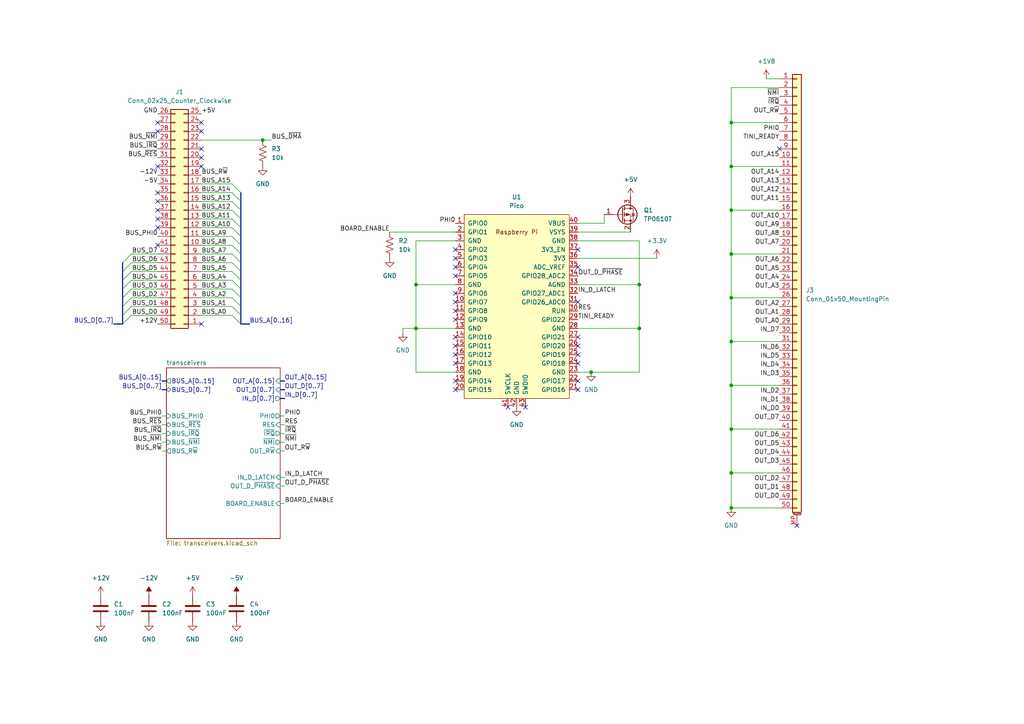
<source format=kicad_sch>
(kicad_sch (version 20231120) (generator "eeschema") (generator_version "8.0")
  (paper "A4")
  (lib_symbols
    (symbol "Connector_Generic:Conn_02x25_Counter_Clockwise" (pin_names (offset 1.016) hide)
      (property "Reference" "J" (at 1.27 33.02 0))
      (property "Value" "Conn_02x25_Counter_Clockwise" (at 1.27 -33.02 0))
      (symbol "Conn_02x25_Counter_Clockwise_1_1"
        (rectangle (start -1.27 -30.353) (end 0 -30.607) (stroke (width 0.1524)))
        (rectangle (start -1.27 -27.813) (end 0 -28.067) (stroke (width 0.1524)))
        (rectangle (start -1.27 -25.273) (end 0 -25.527) (stroke (width 0.1524)))
        (rectangle (start -1.27 -22.733) (end 0 -22.987) (stroke (width 0.1524)))
        (rectangle (start -1.27 -20.193) (end 0 -20.447) (stroke (width 0.1524)))
        (rectangle (start -1.27 -17.653) (end 0 -17.907) (stroke (width 0.1524)))
        (rectangle (start -1.27 -15.113) (end 0 -15.367) (stroke (width 0.1524)))
        (rectangle (start -1.27 -12.573) (end 0 -12.827) (stroke (width 0.1524)))
        (rectangle (start -1.27 -10.033) (end 0 -10.287) (stroke (width 0.1524)))
        (rectangle (start -1.27 -7.493) (end 0 -7.747) (stroke (width 0.1524)))
        (rectangle (start -1.27 -4.953) (end 0 -5.207) (stroke (width 0.1524)))
        (rectangle (start -1.27 -2.413) (end 0 -2.667) (stroke (width 0.1524)))
        (rectangle (start -1.27 0.127) (end 0 -0.127) (stroke (width 0.1524)))
        (rectangle (start -1.27 2.667) (end 0 2.413) (stroke (width 0.1524)))
        (rectangle (start -1.27 5.207) (end 0 4.953) (stroke (width 0.1524)))
        (rectangle (start -1.27 7.747) (end 0 7.493) (stroke (width 0.1524)))
        (rectangle (start -1.27 10.287) (end 0 10.033) (stroke (width 0.1524)))
        (rectangle (start -1.27 12.827) (end 0 12.573) (stroke (width 0.1524)))
        (rectangle (start -1.27 15.367) (end 0 15.113) (stroke (width 0.1524)))
        (rectangle (start -1.27 17.907) (end 0 17.653) (stroke (width 0.1524)))
        (rectangle (start -1.27 20.447) (end 0 20.193) (stroke (width 0.1524)))
        (rectangle (start -1.27 22.987) (end 0 22.733) (stroke (width 0.1524)))
        (rectangle (start -1.27 25.527) (end 0 25.273) (stroke (width 0.1524)))
        (rectangle (start -1.27 28.067) (end 0 27.813) (stroke (width 0.1524)))
        (rectangle (start -1.27 30.607) (end 0 30.353) (stroke (width 0.1524)))
        (rectangle (start -1.27 31.75) (end 3.81 -31.75) (stroke (width 0.254)) (fill (type background)))
        (rectangle (start 3.81 -30.353) (end 2.54 -30.607) (stroke (width 0.1524)))
        (rectangle (start 3.81 -27.813) (end 2.54 -28.067) (stroke (width 0.1524)))
        (rectangle (start 3.81 -25.273) (end 2.54 -25.527) (stroke (width 0.1524)))
        (rectangle (start 3.81 -22.733) (end 2.54 -22.987) (stroke (width 0.1524)))
        (rectangle (start 3.81 -20.193) (end 2.54 -20.447) (stroke (width 0.1524)))
        (rectangle (start 3.81 -17.653) (end 2.54 -17.907) (stroke (width 0.1524)))
        (rectangle (start 3.81 -15.113) (end 2.54 -15.367) (stroke (width 0.1524)))
        (rectangle (start 3.81 -12.573) (end 2.54 -12.827) (stroke (width 0.1524)))
        (rectangle (start 3.81 -10.033) (end 2.54 -10.287) (stroke (width 0.1524)))
        (rectangle (start 3.81 -7.493) (end 2.54 -7.747) (stroke (width 0.1524)))
        (rectangle (start 3.81 -4.953) (end 2.54 -5.207) (stroke (width 0.1524)))
        (rectangle (start 3.81 -2.413) (end 2.54 -2.667) (stroke (width 0.1524)))
        (rectangle (start 3.81 0.127) (end 2.54 -0.127) (stroke (width 0.1524)))
        (rectangle (start 3.81 2.667) (end 2.54 2.413) (stroke (width 0.1524)))
        (rectangle (start 3.81 5.207) (end 2.54 4.953) (stroke (width 0.1524)))
        (rectangle (start 3.81 7.747) (end 2.54 7.493) (stroke (width 0.1524)))
        (rectangle (start 3.81 10.287) (end 2.54 10.033) (stroke (width 0.1524)))
        (rectangle (start 3.81 12.827) (end 2.54 12.573) (stroke (width 0.1524)))
        (rectangle (start 3.81 15.367) (end 2.54 15.113) (stroke (width 0.1524)))
        (rectangle (start 3.81 17.907) (end 2.54 17.653) (stroke (width 0.1524)))
        (rectangle (start 3.81 20.447) (end 2.54 20.193) (stroke (width 0.1524)))
        (rectangle (start 3.81 22.987) (end 2.54 22.733) (stroke (width 0.1524)))
        (rectangle (start 3.81 25.527) (end 2.54 25.273) (stroke (width 0.1524)))
        (rectangle (start 3.81 28.067) (end 2.54 27.813) (stroke (width 0.1524)))
        (rectangle (start 3.81 30.607) (end 2.54 30.353) (stroke (width 0.1524)))
        (pin passive line (at -5.08 30.48 0) (length 3.81) (name "Pin_1") (number "1"))
        (pin passive line (at -5.08 7.62 0) (length 3.81) (name "Pin_10") (number "10"))
        (pin passive line (at -5.08 5.08 0) (length 3.81) (name "Pin_11") (number "11"))
        (pin passive line (at -5.08 2.54 0) (length 3.81) (name "Pin_12") (number "12"))
        (pin passive line (at -5.08 0 0) (length 3.81) (name "Pin_13") (number "13"))
        (pin passive line (at -5.08 -2.54 0) (length 3.81) (name "Pin_14") (number "14"))
        (pin passive line (at -5.08 -5.08 0) (length 3.81) (name "Pin_15") (number "15"))
        (pin passive line (at -5.08 -7.62 0) (length 3.81) (name "Pin_16") (number "16"))
        (pin passive line (at -5.08 -10.16 0) (length 3.81) (name "Pin_17") (number "17"))
        (pin passive line (at -5.08 -12.7 0) (length 3.81) (name "Pin_18") (number "18"))
        (pin passive line (at -5.08 -15.24 0) (length 3.81) (name "Pin_19") (number "19"))
        (pin passive line (at -5.08 27.94 0) (length 3.81) (name "Pin_2") (number "2"))
        (pin passive line (at -5.08 -17.78 0) (length 3.81) (name "Pin_20") (number "20"))
        (pin passive line (at -5.08 -20.32 0) (length 3.81) (name "Pin_21") (number "21"))
        (pin passive line (at -5.08 -22.86 0) (length 3.81) (name "Pin_22") (number "22"))
        (pin passive line (at -5.08 -25.4 0) (length 3.81) (name "Pin_23") (number "23"))
        (pin passive line (at -5.08 -27.94 0) (length 3.81) (name "Pin_24") (number "24"))
        (pin passive line (at -5.08 -30.48 0) (length 3.81) (name "Pin_25") (number "25"))
        (pin passive line (at 7.62 -30.48 180) (length 3.81) (name "Pin_26") (number "26"))
        (pin passive line (at 7.62 -27.94 180) (length 3.81) (name "Pin_27") (number "27"))
        (pin passive line (at 7.62 -25.4 180) (length 3.81) (name "Pin_28") (number "28"))
        (pin passive line (at 7.62 -22.86 180) (length 3.81) (name "Pin_29") (number "29"))
        (pin passive line (at -5.08 25.4 0) (length 3.81) (name "Pin_3") (number "3"))
        (pin passive line (at 7.62 -20.32 180) (length 3.81) (name "Pin_30") (number "30"))
        (pin passive line (at 7.62 -17.78 180) (length 3.81) (name "Pin_31") (number "31"))
        (pin passive line (at 7.62 -15.24 180) (length 3.81) (name "Pin_32") (number "32"))
        (pin passive line (at 7.62 -12.7 180) (length 3.81) (name "Pin_33") (number "33"))
        (pin passive line (at 7.62 -10.16 180) (length 3.81) (name "Pin_34") (number "34"))
        (pin passive line (at 7.62 -7.62 180) (length 3.81) (name "Pin_35") (number "35"))
        (pin passive line (at 7.62 -5.08 180) (length 3.81) (name "Pin_36") (number "36"))
        (pin passive line (at 7.62 -2.54 180) (length 3.81) (name "Pin_37") (number "37"))
        (pin passive line (at 7.62 0 180) (length 3.81) (name "Pin_38") (number "38"))
        (pin passive line (at 7.62 2.54 180) (length 3.81) (name "Pin_39") (number "39"))
        (pin passive line (at -5.08 22.86 0) (length 3.81) (name "Pin_4") (number "4"))
        (pin passive line (at 7.62 5.08 180) (length 3.81) (name "Pin_40") (number "40"))
        (pin passive line (at 7.62 7.62 180) (length 3.81) (name "Pin_41") (number "41"))
        (pin passive line (at 7.62 10.16 180) (length 3.81) (name "Pin_42") (number "42"))
        (pin passive line (at 7.62 12.7 180) (length 3.81) (name "Pin_43") (number "43"))
        (pin passive line (at 7.62 15.24 180) (length 3.81) (name "Pin_44") (number "44"))
        (pin passive line (at 7.62 17.78 180) (length 3.81) (name "Pin_45") (number "45"))
        (pin passive line (at 7.62 20.32 180) (length 3.81) (name "Pin_46") (number "46"))
        (pin passive line (at 7.62 22.86 180) (length 3.81) (name "Pin_47") (number "47"))
        (pin passive line (at 7.62 25.4 180) (length 3.81) (name "Pin_48") (number "48"))
        (pin passive line (at 7.62 27.94 180) (length 3.81) (name "Pin_49") (number "49"))
        (pin passive line (at -5.08 20.32 0) (length 3.81) (name "Pin_5") (number "5"))
        (pin passive line (at 7.62 30.48 180) (length 3.81) (name "Pin_50") (number "50"))
        (pin passive line (at -5.08 17.78 0) (length 3.81) (name "Pin_6") (number "6"))
        (pin passive line (at -5.08 15.24 0) (length 3.81) (name "Pin_7") (number "7"))
        (pin passive line (at -5.08 12.7 0) (length 3.81) (name "Pin_8") (number "8"))
        (pin passive line (at -5.08 10.16 0) (length 3.81) (name "Pin_9") (number "9"))
      )
    )
    (symbol "Connector_Generic_MountingPin:Conn_01x50_MountingPin" (pin_names (offset 1.016) hide)
      (property "Reference" "J" (at 0 63.5 0))
      (property "Value" "Conn_01x50_MountingPin" (at 1.27 -66.04 0))
      (symbol "Conn_01x50_MountingPin_1_1"
        (rectangle (start -1.27 -63.373) (end 0 -63.627) (stroke (width 0.1524)))
        (rectangle (start -1.27 -60.833) (end 0 -61.087) (stroke (width 0.1524)))
        (rectangle (start -1.27 -58.293) (end 0 -58.547) (stroke (width 0.1524)))
        (rectangle (start -1.27 -55.753) (end 0 -56.007) (stroke (width 0.1524)))
        (rectangle (start -1.27 -53.213) (end 0 -53.467) (stroke (width 0.1524)))
        (rectangle (start -1.27 -50.673) (end 0 -50.927) (stroke (width 0.1524)))
        (rectangle (start -1.27 -48.133) (end 0 -48.387) (stroke (width 0.1524)))
        (rectangle (start -1.27 -45.593) (end 0 -45.847) (stroke (width 0.1524)))
        (rectangle (start -1.27 -43.053) (end 0 -43.307) (stroke (width 0.1524)))
        (rectangle (start -1.27 -40.513) (end 0 -40.767) (stroke (width 0.1524)))
        (rectangle (start -1.27 -37.973) (end 0 -38.227) (stroke (width 0.1524)))
        (rectangle (start -1.27 -35.433) (end 0 -35.687) (stroke (width 0.1524)))
        (rectangle (start -1.27 -32.893) (end 0 -33.147) (stroke (width 0.1524)))
        (rectangle (start -1.27 -30.353) (end 0 -30.607) (stroke (width 0.1524)))
        (rectangle (start -1.27 -27.813) (end 0 -28.067) (stroke (width 0.1524)))
        (rectangle (start -1.27 -25.273) (end 0 -25.527) (stroke (width 0.1524)))
        (rectangle (start -1.27 -22.733) (end 0 -22.987) (stroke (width 0.1524)))
        (rectangle (start -1.27 -20.193) (end 0 -20.447) (stroke (width 0.1524)))
        (rectangle (start -1.27 -17.653) (end 0 -17.907) (stroke (width 0.1524)))
        (rectangle (start -1.27 -15.113) (end 0 -15.367) (stroke (width 0.1524)))
        (rectangle (start -1.27 -12.573) (end 0 -12.827) (stroke (width 0.1524)))
        (rectangle (start -1.27 -10.033) (end 0 -10.287) (stroke (width 0.1524)))
        (rectangle (start -1.27 -7.493) (end 0 -7.747) (stroke (width 0.1524)))
        (rectangle (start -1.27 -4.953) (end 0 -5.207) (stroke (width 0.1524)))
        (rectangle (start -1.27 -2.413) (end 0 -2.667) (stroke (width 0.1524)))
        (rectangle (start -1.27 0.127) (end 0 -0.127) (stroke (width 0.1524)))
        (rectangle (start -1.27 2.667) (end 0 2.413) (stroke (width 0.1524)))
        (rectangle (start -1.27 5.207) (end 0 4.953) (stroke (width 0.1524)))
        (rectangle (start -1.27 7.747) (end 0 7.493) (stroke (width 0.1524)))
        (rectangle (start -1.27 10.287) (end 0 10.033) (stroke (width 0.1524)))
        (rectangle (start -1.27 12.827) (end 0 12.573) (stroke (width 0.1524)))
        (rectangle (start -1.27 15.367) (end 0 15.113) (stroke (width 0.1524)))
        (rectangle (start -1.27 17.907) (end 0 17.653) (stroke (width 0.1524)))
        (rectangle (start -1.27 20.447) (end 0 20.193) (stroke (width 0.1524)))
        (rectangle (start -1.27 22.987) (end 0 22.733) (stroke (width 0.1524)))
        (rectangle (start -1.27 25.527) (end 0 25.273) (stroke (width 0.1524)))
        (rectangle (start -1.27 28.067) (end 0 27.813) (stroke (width 0.1524)))
        (rectangle (start -1.27 30.607) (end 0 30.353) (stroke (width 0.1524)))
        (rectangle (start -1.27 33.147) (end 0 32.893) (stroke (width 0.1524)))
        (rectangle (start -1.27 35.687) (end 0 35.433) (stroke (width 0.1524)))
        (rectangle (start -1.27 38.227) (end 0 37.973) (stroke (width 0.1524)))
        (rectangle (start -1.27 40.767) (end 0 40.513) (stroke (width 0.1524)))
        (rectangle (start -1.27 43.307) (end 0 43.053) (stroke (width 0.1524)))
        (rectangle (start -1.27 45.847) (end 0 45.593) (stroke (width 0.1524)))
        (rectangle (start -1.27 48.387) (end 0 48.133) (stroke (width 0.1524)))
        (rectangle (start -1.27 50.927) (end 0 50.673) (stroke (width 0.1524)))
        (rectangle (start -1.27 53.467) (end 0 53.213) (stroke (width 0.1524)))
        (rectangle (start -1.27 56.007) (end 0 55.753) (stroke (width 0.1524)))
        (rectangle (start -1.27 58.547) (end 0 58.293) (stroke (width 0.1524)))
        (rectangle (start -1.27 61.087) (end 0 60.833) (stroke (width 0.1524)))
        (rectangle (start -1.27 62.23) (end 1.27 -64.77) (stroke (width 0.254)) (fill (type background)))
        (polyline (pts (xy -1.016 -65.532) (xy 1.016 -65.532)) (stroke (width 0.1524)))
        (text "Mounting" (at 0 -65.151 0) (effects (font (size 0.381 0.381))))
        (pin passive line (at -5.08 60.96 0) (length 3.81) (name "Pin_1") (number "1"))
        (pin passive line (at -5.08 38.1 0) (length 3.81) (name "Pin_10") (number "10"))
        (pin passive line (at -5.08 35.56 0) (length 3.81) (name "Pin_11") (number "11"))
        (pin passive line (at -5.08 33.02 0) (length 3.81) (name "Pin_12") (number "12"))
        (pin passive line (at -5.08 30.48 0) (length 3.81) (name "Pin_13") (number "13"))
        (pin passive line (at -5.08 27.94 0) (length 3.81) (name "Pin_14") (number "14"))
        (pin passive line (at -5.08 25.4 0) (length 3.81) (name "Pin_15") (number "15"))
        (pin passive line (at -5.08 22.86 0) (length 3.81) (name "Pin_16") (number "16"))
        (pin passive line (at -5.08 20.32 0) (length 3.81) (name "Pin_17") (number "17"))
        (pin passive line (at -5.08 17.78 0) (length 3.81) (name "Pin_18") (number "18"))
        (pin passive line (at -5.08 15.24 0) (length 3.81) (name "Pin_19") (number "19"))
        (pin passive line (at -5.08 58.42 0) (length 3.81) (name "Pin_2") (number "2"))
        (pin passive line (at -5.08 12.7 0) (length 3.81) (name "Pin_20") (number "20"))
        (pin passive line (at -5.08 10.16 0) (length 3.81) (name "Pin_21") (number "21"))
        (pin passive line (at -5.08 7.62 0) (length 3.81) (name "Pin_22") (number "22"))
        (pin passive line (at -5.08 5.08 0) (length 3.81) (name "Pin_23") (number "23"))
        (pin passive line (at -5.08 2.54 0) (length 3.81) (name "Pin_24") (number "24"))
        (pin passive line (at -5.08 0 0) (length 3.81) (name "Pin_25") (number "25"))
        (pin passive line (at -5.08 -2.54 0) (length 3.81) (name "Pin_26") (number "26"))
        (pin passive line (at -5.08 -5.08 0) (length 3.81) (name "Pin_27") (number "27"))
        (pin passive line (at -5.08 -7.62 0) (length 3.81) (name "Pin_28") (number "28"))
        (pin passive line (at -5.08 -10.16 0) (length 3.81) (name "Pin_29") (number "29"))
        (pin passive line (at -5.08 55.88 0) (length 3.81) (name "Pin_3") (number "3"))
        (pin passive line (at -5.08 -12.7 0) (length 3.81) (name "Pin_30") (number "30"))
        (pin passive line (at -5.08 -15.24 0) (length 3.81) (name "Pin_31") (number "31"))
        (pin passive line (at -5.08 -17.78 0) (length 3.81) (name "Pin_32") (number "32"))
        (pin passive line (at -5.08 -20.32 0) (length 3.81) (name "Pin_33") (number "33"))
        (pin passive line (at -5.08 -22.86 0) (length 3.81) (name "Pin_34") (number "34"))
        (pin passive line (at -5.08 -25.4 0) (length 3.81) (name "Pin_35") (number "35"))
        (pin passive line (at -5.08 -27.94 0) (length 3.81) (name "Pin_36") (number "36"))
        (pin passive line (at -5.08 -30.48 0) (length 3.81) (name "Pin_37") (number "37"))
        (pin passive line (at -5.08 -33.02 0) (length 3.81) (name "Pin_38") (number "38"))
        (pin passive line (at -5.08 -35.56 0) (length 3.81) (name "Pin_39") (number "39"))
        (pin passive line (at -5.08 53.34 0) (length 3.81) (name "Pin_4") (number "4"))
        (pin passive line (at -5.08 -38.1 0) (length 3.81) (name "Pin_40") (number "40"))
        (pin passive line (at -5.08 -40.64 0) (length 3.81) (name "Pin_41") (number "41"))
        (pin passive line (at -5.08 -43.18 0) (length 3.81) (name "Pin_42") (number "42"))
        (pin passive line (at -5.08 -45.72 0) (length 3.81) (name "Pin_43") (number "43"))
        (pin passive line (at -5.08 -48.26 0) (length 3.81) (name "Pin_44") (number "44"))
        (pin passive line (at -5.08 -50.8 0) (length 3.81) (name "Pin_45") (number "45"))
        (pin passive line (at -5.08 -53.34 0) (length 3.81) (name "Pin_46") (number "46"))
        (pin passive line (at -5.08 -55.88 0) (length 3.81) (name "Pin_47") (number "47"))
        (pin passive line (at -5.08 -58.42 0) (length 3.81) (name "Pin_48") (number "48"))
        (pin passive line (at -5.08 -60.96 0) (length 3.81) (name "Pin_49") (number "49"))
        (pin passive line (at -5.08 50.8 0) (length 3.81) (name "Pin_5") (number "5"))
        (pin passive line (at -5.08 -63.5 0) (length 3.81) (name "Pin_50") (number "50"))
        (pin passive line (at -5.08 48.26 0) (length 3.81) (name "Pin_6") (number "6"))
        (pin passive line (at -5.08 45.72 0) (length 3.81) (name "Pin_7") (number "7"))
        (pin passive line (at -5.08 43.18 0) (length 3.81) (name "Pin_8") (number "8"))
        (pin passive line (at -5.08 40.64 0) (length 3.81) (name "Pin_9") (number "9"))
        (pin passive line (at 0 -68.58 90) (length 3.048) (name "MountPin") (number "MP"))
      )
    )
    (symbol "Device:C" (pin_numbers hide) (pin_names (offset 0.254))
      (property "Reference" "C" (at 0.635 2.54 0))
      (property "Value" "C" (at 0.635 -2.54 0))
      (symbol "C_0_1"
        (polyline (pts (xy -2.032 -0.762) (xy 2.032 -0.762)) (stroke (width 0.508)))
        (polyline (pts (xy -2.032 0.762) (xy 2.032 0.762)) (stroke (width 0.508)))
      )
      (symbol "C_1_1"
        (pin passive line (at 0 3.81 270) (length 2.794) (name "~") (number "1"))
        (pin passive line (at 0 -3.81 90) (length 2.794) (name "~") (number "2"))
      )
    )
    (symbol "Device:R_US" (pin_numbers hide) (pin_names (offset 0))
      (property "Reference" "R" (at 2.54 0 90))
      (property "Value" "R_US" (at -2.54 0 90))
      (symbol "R_US_0_1"
        (polyline (pts (xy 0 -2.286) (xy 0 -2.54)))
        (polyline (pts (xy 0 2.286) (xy 0 2.54)))
        (polyline (pts (xy 0 -0.762) (xy 1.016 -1.143) (xy 0 -1.524) (xy -1.016 -1.905) (xy 0 -2.286)))
        (polyline (pts (xy 0 0.762) (xy 1.016 0.381) (xy 0 0) (xy -1.016 -0.381) (xy 0 -0.762)))
        (polyline (pts (xy 0 2.286) (xy 1.016 1.905) (xy 0 1.524) (xy -1.016 1.143) (xy 0 0.762)))
      )
      (symbol "R_US_1_1"
        (pin passive line (at 0 3.81 270) (length 1.27) (name "~") (number "1"))
        (pin passive line (at 0 -3.81 90) (length 1.27) (name "~") (number "2"))
      )
    )
    (symbol "RPi_Pico:Pico" (pin_names (offset 1.016))
      (property "Reference" "U" (at -13.97 27.94 0))
      (property "Value" "Pico" (at 0 19.05 0))
      (symbol "Pico_0_0"
        (text "Raspberry Pi" (at 0 21.59 0) (effects (font (size 1.27 1.27))))
      )
      (symbol "Pico_0_1"
        (rectangle (start -15.24 26.67) (end 15.24 -26.67) (fill (type background)))
      )
      (symbol "Pico_1_1"
        (pin bidirectional line (at -17.78 24.13 0) (length 2.54) (name "GPIO0") (number "1"))
        (pin bidirectional line (at -17.78 1.27 0) (length 2.54) (name "GPIO7") (number "10"))
        (pin bidirectional line (at -17.78 -1.27 0) (length 2.54) (name "GPIO8") (number "11"))
        (pin bidirectional line (at -17.78 -3.81 0) (length 2.54) (name "GPIO9") (number "12"))
        (pin power_in line (at -17.78 -6.35 0) (length 2.54) (name "GND") (number "13"))
        (pin bidirectional line (at -17.78 -8.89 0) (length 2.54) (name "GPIO10") (number "14"))
        (pin bidirectional line (at -17.78 -11.43 0) (length 2.54) (name "GPIO11") (number "15"))
        (pin bidirectional line (at -17.78 -13.97 0) (length 2.54) (name "GPIO12") (number "16"))
        (pin bidirectional line (at -17.78 -16.51 0) (length 2.54) (name "GPIO13") (number "17"))
        (pin power_in line (at -17.78 -19.05 0) (length 2.54) (name "GND") (number "18"))
        (pin bidirectional line (at -17.78 -21.59 0) (length 2.54) (name "GPIO14") (number "19"))
        (pin bidirectional line (at -17.78 21.59 0) (length 2.54) (name "GPIO1") (number "2"))
        (pin bidirectional line (at -17.78 -24.13 0) (length 2.54) (name "GPIO15") (number "20"))
        (pin bidirectional line (at 17.78 -24.13 180) (length 2.54) (name "GPIO16") (number "21"))
        (pin bidirectional line (at 17.78 -21.59 180) (length 2.54) (name "GPIO17") (number "22"))
        (pin power_in line (at 17.78 -19.05 180) (length 2.54) (name "GND") (number "23"))
        (pin bidirectional line (at 17.78 -16.51 180) (length 2.54) (name "GPIO18") (number "24"))
        (pin bidirectional line (at 17.78 -13.97 180) (length 2.54) (name "GPIO19") (number "25"))
        (pin bidirectional line (at 17.78 -11.43 180) (length 2.54) (name "GPIO20") (number "26"))
        (pin bidirectional line (at 17.78 -8.89 180) (length 2.54) (name "GPIO21") (number "27"))
        (pin power_in line (at 17.78 -6.35 180) (length 2.54) (name "GND") (number "28"))
        (pin bidirectional line (at 17.78 -3.81 180) (length 2.54) (name "GPIO22") (number "29"))
        (pin power_in line (at -17.78 19.05 0) (length 2.54) (name "GND") (number "3"))
        (pin input line (at 17.78 -1.27 180) (length 2.54) (name "RUN") (number "30"))
        (pin bidirectional line (at 17.78 1.27 180) (length 2.54) (name "GPIO26_ADC0") (number "31"))
        (pin bidirectional line (at 17.78 3.81 180) (length 2.54) (name "GPIO27_ADC1") (number "32"))
        (pin power_in line (at 17.78 6.35 180) (length 2.54) (name "AGND") (number "33"))
        (pin bidirectional line (at 17.78 8.89 180) (length 2.54) (name "GPIO28_ADC2") (number "34"))
        (pin unspecified line (at 17.78 11.43 180) (length 2.54) (name "ADC_VREF") (number "35"))
        (pin unspecified line (at 17.78 13.97 180) (length 2.54) (name "3V3") (number "36"))
        (pin input line (at 17.78 16.51 180) (length 2.54) (name "3V3_EN") (number "37"))
        (pin bidirectional line (at 17.78 19.05 180) (length 2.54) (name "GND") (number "38"))
        (pin unspecified line (at 17.78 21.59 180) (length 2.54) (name "VSYS") (number "39"))
        (pin bidirectional line (at -17.78 16.51 0) (length 2.54) (name "GPIO2") (number "4"))
        (pin unspecified line (at 17.78 24.13 180) (length 2.54) (name "VBUS") (number "40"))
        (pin input line (at -2.54 -29.21 90) (length 2.54) (name "SWCLK") (number "41"))
        (pin power_in line (at 0 -29.21 90) (length 2.54) (name "GND") (number "42"))
        (pin bidirectional line (at 2.54 -29.21 90) (length 2.54) (name "SWDIO") (number "43"))
        (pin bidirectional line (at -17.78 13.97 0) (length 2.54) (name "GPIO3") (number "5"))
        (pin bidirectional line (at -17.78 11.43 0) (length 2.54) (name "GPIO4") (number "6"))
        (pin bidirectional line (at -17.78 8.89 0) (length 2.54) (name "GPIO5") (number "7"))
        (pin power_in line (at -17.78 6.35 0) (length 2.54) (name "GND") (number "8"))
        (pin bidirectional line (at -17.78 3.81 0) (length 2.54) (name "GPIO6") (number "9"))
      )
    )
    (symbol "Transistor_FET:TP0610T" (pin_names hide)
      (property "Reference" "Q" (at 5.08 1.905 0))
      (property "Value" "TP0610T" (at 5.08 0 0))
      (symbol "TP0610T_0_1"
        (polyline (pts (xy 0.254 0) (xy -2.54 0)))
        (polyline (pts (xy 0.254 1.905) (xy 0.254 -1.905)) (stroke (width 0.254)))
        (polyline (pts (xy 0.762 -1.27) (xy 0.762 -2.286)) (stroke (width 0.254)))
        (polyline (pts (xy 0.762 0.508) (xy 0.762 -0.508)) (stroke (width 0.254)))
        (polyline (pts (xy 0.762 2.286) (xy 0.762 1.27)) (stroke (width 0.254)))
        (polyline (pts (xy 2.54 2.54) (xy 2.54 1.778)))
        (polyline (pts (xy 2.54 -2.54) (xy 2.54 0) (xy 0.762 0)))
        (polyline (pts (xy 0.762 1.778) (xy 3.302 1.778) (xy 3.302 -1.778) (xy 0.762 -1.778)))
        (polyline (pts (xy 2.286 0) (xy 1.27 0.381) (xy 1.27 -0.381) (xy 2.286 0)) (fill (type outline)))
        (polyline (pts (xy 2.794 -0.508) (xy 2.921 -0.381) (xy 3.683 -0.381) (xy 3.81 -0.254)))
        (polyline (pts (xy 3.302 -0.381) (xy 2.921 0.254) (xy 3.683 0.254) (xy 3.302 -0.381)))
        (circle (center 1.651 0) (radius 2.794) (stroke (width 0.254)))
        (circle (center 2.54 -1.778) (radius 0.254) (fill (type outline)))
        (circle (center 2.54 1.778) (radius 0.254) (fill (type outline)))
      )
      (symbol "TP0610T_1_1"
        (pin input line (at -5.08 0 0) (length 2.54) (name "G") (number "1"))
        (pin passive line (at 2.54 -5.08 90) (length 2.54) (name "S") (number "2"))
        (pin passive line (at 2.54 5.08 270) (length 2.54) (name "D") (number "3"))
      )
    )
    (symbol "power:+12V" (power) (pin_numbers hide) (pin_names (offset 0) hide)
      (property "Value" "+12V" (at 0 3.556 0))
      (symbol "+12V_0_1"
        (polyline (pts (xy -0.762 1.27) (xy 0 2.54)))
        (polyline (pts (xy 0 0) (xy 0 2.54)))
        (polyline (pts (xy 0 2.54) (xy 0.762 1.27)))
      )
      (symbol "+12V_1_1"
        (pin power_in line (at 0 0 90) (length 0) (name "~") (number "1"))
      )
    )
    (symbol "power:+1V8" (power) (pin_numbers hide) (pin_names (offset 0) hide)
      (property "Value" "+1V8" (at 0 3.556 0))
      (symbol "+1V8_0_1"
        (polyline (pts (xy -0.762 1.27) (xy 0 2.54)))
        (polyline (pts (xy 0 0) (xy 0 2.54)))
        (polyline (pts (xy 0 2.54) (xy 0.762 1.27)))
      )
      (symbol "+1V8_1_1"
        (pin power_in line (at 0 0 90) (length 0) (name "~") (number "1"))
      )
    )
    (symbol "power:+3.3V" (power) (pin_numbers hide) (pin_names (offset 0) hide)
      (property "Value" "+3.3V" (at 0 3.556 0))
      (symbol "+3.3V_0_1"
        (polyline (pts (xy -0.762 1.27) (xy 0 2.54)))
        (polyline (pts (xy 0 0) (xy 0 2.54)))
        (polyline (pts (xy 0 2.54) (xy 0.762 1.27)))
      )
      (symbol "+3.3V_1_1"
        (pin power_in line (at 0 0 90) (length 0) (name "~") (number "1"))
      )
    )
    (symbol "power:+5V" (power) (pin_numbers hide) (pin_names (offset 0) hide)
      (property "Value" "+5V" (at 0 3.556 0))
      (symbol "+5V_0_1"
        (polyline (pts (xy -0.762 1.27) (xy 0 2.54)))
        (polyline (pts (xy 0 0) (xy 0 2.54)))
        (polyline (pts (xy 0 2.54) (xy 0.762 1.27)))
      )
      (symbol "+5V_1_1"
        (pin power_in line (at 0 0 90) (length 0) (name "~") (number "1"))
      )
    )
    (symbol "power:-12V" (power) (pin_numbers hide) (pin_names (offset 0) hide)
      (property "Value" "-12V" (at 0 3.556 0))
      (symbol "-12V_0_0"
        (pin power_in line (at 0 0 90) (length 0) (name "~") (number "1"))
      )
      (symbol "-12V_0_1"
        (polyline (pts (xy 0 0) (xy 0 1.27) (xy 0.762 1.27) (xy 0 2.54) (xy -0.762 1.27) (xy 0 1.27)) (fill (type outline)))
      )
    )
    (symbol "power:-5V" (power) (pin_numbers hide) (pin_names (offset 0) hide)
      (property "Value" "-5V" (at 0 3.556 0))
      (symbol "-5V_0_0"
        (pin power_in line (at 0 0 90) (length 0) (name "~") (number "1"))
      )
      (symbol "-5V_0_1"
        (polyline (pts (xy 0 0) (xy 0 1.27) (xy 0.762 1.27) (xy 0 2.54) (xy -0.762 1.27) (xy 0 1.27)) (fill (type outline)))
      )
    )
    (symbol "power:GND" (power) (pin_numbers hide) (pin_names (offset 0) hide)
      (property "Value" "GND" (at 0 -3.81 0))
      (symbol "GND_0_1"
        (polyline (pts (xy 0 0) (xy 0 -1.27) (xy 1.27 -1.27) (xy 0 -2.54) (xy -1.27 -1.27) (xy 0 -1.27)))
      )
      (symbol "GND_1_1"
        (pin power_in line (at 0 0 270) (length 0) (name "~") (number "1"))
      )
    )
  )
  (junction (at 171.45 107.95))
  (junction (at 185.42 95.25))
  (junction (at 212.09 99.06))
  (junction (at 212.09 60.96))
  (junction (at 185.42 82.55))
  (junction (at 120.65 82.55))
  (junction (at 212.09 147.32))
  (junction (at 212.09 86.36))
  (junction (at 212.09 73.66))
  (junction (at 212.09 35.56))
  (junction (at 120.65 95.25))
  (junction (at 76.2 40.64))
  (junction (at 212.09 137.16))
  (junction (at 212.09 124.46))
  (junction (at 212.09 48.26))
  (junction (at 212.09 111.76))
  (no_connect (at 45.72 35.56))
  (no_connect (at 167.64 100.33))
  (no_connect (at 167.64 102.87))
  (no_connect (at 58.42 38.1))
  (no_connect (at 167.64 105.41))
  (no_connect (at 147.32 118.11))
  (no_connect (at 132.08 85.09))
  (no_connect (at 45.72 58.42))
  (no_connect (at 45.72 71.12))
  (no_connect (at 226.06 43.18))
  (no_connect (at 132.08 110.49))
  (no_connect (at 132.08 72.39))
  (no_connect (at 132.08 97.79))
  (no_connect (at 45.72 38.1))
  (no_connect (at 58.42 35.56))
  (no_connect (at 167.64 113.03))
  (no_connect (at 132.08 92.71))
  (no_connect (at 58.42 93.98))
  (no_connect (at 132.08 113.03))
  (no_connect (at 45.72 60.96))
  (no_connect (at 58.42 48.26))
  (no_connect (at 167.64 110.49))
  (no_connect (at 167.64 77.47))
  (no_connect (at 231.14 152.4))
  (no_connect (at 132.08 102.87))
  (no_connect (at 132.08 90.17))
  (no_connect (at 167.64 72.39))
  (no_connect (at 167.64 97.79))
  (no_connect (at 132.08 100.33))
  (no_connect (at 132.08 74.93))
  (no_connect (at 45.72 63.5))
  (no_connect (at 152.4 118.11))
  (no_connect (at 132.08 87.63))
  (no_connect (at 58.42 43.18))
  (no_connect (at 132.08 77.47))
  (no_connect (at 132.08 105.41))
  (no_connect (at 132.08 80.01))
  (no_connect (at 58.42 45.72))
  (no_connect (at 45.72 66.04))
  (no_connect (at 167.64 87.63))
  (no_connect (at 45.72 55.88))
  (no_connect (at 45.72 48.26))
  (bus_entry (at 67.31 58.42) (size 2.54 2.54))
  (bus_entry (at 67.31 81.28) (size 2.54 2.54))
  (bus_entry (at 35.56 83.82) (size 2.54 -2.54))
  (bus_entry (at 67.31 73.66) (size 2.54 2.54))
  (bus_entry (at 67.31 71.12) (size 2.54 2.54))
  (bus_entry (at 67.31 76.2) (size 2.54 2.54))
  (bus_entry (at 67.31 68.58) (size 2.54 2.54))
  (bus_entry (at 35.56 86.36) (size 2.54 -2.54))
  (bus_entry (at 67.31 60.96) (size 2.54 2.54))
  (bus_entry (at 35.56 81.28) (size 2.54 -2.54))
  (bus_entry (at 67.31 55.88) (size 2.54 2.54))
  (bus_entry (at 35.56 91.44) (size 2.54 -2.54))
  (bus_entry (at 35.56 88.9) (size 2.54 -2.54))
  (bus_entry (at 35.56 78.74) (size 2.54 -2.54))
  (bus_entry (at 67.31 66.04) (size 2.54 2.54))
  (bus_entry (at 67.31 91.44) (size 2.54 2.54))
  (bus_entry (at 35.56 93.98) (size 2.54 -2.54))
  (bus_entry (at 67.31 63.5) (size 2.54 2.54))
  (bus_entry (at 67.31 78.74) (size 2.54 2.54))
  (bus_entry (at 67.31 53.34) (size 2.54 2.54))
  (bus_entry (at 35.56 76.2) (size 2.54 -2.54))
  (bus_entry (at 67.31 88.9) (size 2.54 2.54))
  (bus_entry (at 67.31 83.82) (size 2.54 2.54))
  (bus_entry (at 67.31 86.36) (size 2.54 2.54))
  (wire (pts (xy 46.99 123.19) (xy 48.26 123.19)))
  (bus (pts (xy 81.28 110.49) (xy 82.55 110.49)))
  (wire (pts (xy 132.08 69.85) (xy 120.65 69.85)))
  (wire (pts (xy 58.42 76.2) (xy 67.31 76.2)))
  (wire (pts (xy 212.09 48.26) (xy 226.06 48.26)))
  (wire (pts (xy 226.06 124.46) (xy 212.09 124.46)))
  (wire (pts (xy 116.84 95.25) (xy 120.65 95.25)))
  (wire (pts (xy 58.42 78.74) (xy 67.31 78.74)))
  (bus (pts (xy 81.28 113.03) (xy 82.55 113.03)))
  (wire (pts (xy 120.65 95.25) (xy 132.08 95.25)))
  (wire (pts (xy 46.99 120.65) (xy 48.26 120.65)))
  (bus (pts (xy 46.99 113.03) (xy 48.26 113.03)))
  (wire (pts (xy 212.09 137.16) (xy 212.09 124.46)))
  (wire (pts (xy 81.28 138.43) (xy 82.55 138.43)))
  (wire (pts (xy 120.65 69.85) (xy 120.65 82.55)))
  (bus (pts (xy 69.85 66.04) (xy 69.85 68.58)))
  (bus (pts (xy 69.85 86.36) (xy 69.85 88.9)))
  (wire (pts (xy 226.06 25.4) (xy 212.09 25.4)))
  (bus (pts (xy 69.85 60.96) (xy 69.85 63.5)))
  (wire (pts (xy 38.1 76.2) (xy 45.72 76.2)))
  (wire (pts (xy 212.09 147.32) (xy 212.09 137.16)))
  (wire (pts (xy 58.42 88.9) (xy 67.31 88.9)))
  (wire (pts (xy 212.09 35.56) (xy 212.09 48.26)))
  (wire (pts (xy 58.42 91.44) (xy 67.31 91.44)))
  (wire (pts (xy 120.65 107.95) (xy 132.08 107.95)))
  (wire (pts (xy 185.42 107.95) (xy 171.45 107.95)))
  (bus (pts (xy 33.02 93.98) (xy 35.56 93.98)))
  (bus (pts (xy 46.99 110.49) (xy 48.26 110.49)))
  (bus (pts (xy 35.56 76.2) (xy 35.56 78.74)))
  (wire (pts (xy 58.42 81.28) (xy 67.31 81.28)))
  (wire (pts (xy 212.09 73.66) (xy 226.06 73.66)))
  (bus (pts (xy 69.85 88.9) (xy 69.85 91.44)))
  (wire (pts (xy 46.99 125.73) (xy 48.26 125.73)))
  (wire (pts (xy 113.03 67.31) (xy 132.08 67.31)))
  (wire (pts (xy 212.09 25.4) (xy 212.09 35.56)))
  (wire (pts (xy 81.28 128.27) (xy 82.55 128.27)))
  (wire (pts (xy 167.64 95.25) (xy 185.42 95.25)))
  (wire (pts (xy 58.42 71.12) (xy 67.31 71.12)))
  (bus (pts (xy 69.85 93.98) (xy 72.39 93.98)))
  (wire (pts (xy 120.65 95.25) (xy 120.65 107.95)))
  (bus (pts (xy 69.85 73.66) (xy 69.85 76.2)))
  (bus (pts (xy 69.85 81.28) (xy 69.85 83.82)))
  (wire (pts (xy 212.09 48.26) (xy 212.09 60.96)))
  (wire (pts (xy 120.65 82.55) (xy 132.08 82.55)))
  (wire (pts (xy 81.28 123.19) (xy 82.55 123.19)))
  (wire (pts (xy 38.1 91.44) (xy 45.72 91.44)))
  (wire (pts (xy 212.09 111.76) (xy 226.06 111.76)))
  (bus (pts (xy 69.85 71.12) (xy 69.85 73.66)))
  (wire (pts (xy 212.09 99.06) (xy 226.06 99.06)))
  (bus (pts (xy 69.85 78.74) (xy 69.85 81.28)))
  (wire (pts (xy 226.06 137.16) (xy 212.09 137.16)))
  (wire (pts (xy 175.26 64.77) (xy 167.64 64.77)))
  (wire (pts (xy 212.09 60.96) (xy 226.06 60.96)))
  (wire (pts (xy 58.42 86.36) (xy 67.31 86.36)))
  (bus (pts (xy 69.85 63.5) (xy 69.85 66.04)))
  (wire (pts (xy 212.09 124.46) (xy 212.09 111.76)))
  (wire (pts (xy 38.1 83.82) (xy 45.72 83.82)))
  (wire (pts (xy 46.99 128.27) (xy 48.26 128.27)))
  (wire (pts (xy 212.09 73.66) (xy 212.09 86.36)))
  (wire (pts (xy 46.99 130.81) (xy 48.26 130.81)))
  (wire (pts (xy 58.42 53.34) (xy 67.31 53.34)))
  (wire (pts (xy 167.64 82.55) (xy 185.42 82.55)))
  (wire (pts (xy 212.09 86.36) (xy 212.09 99.06)))
  (wire (pts (xy 116.84 96.52) (xy 116.84 95.25)))
  (wire (pts (xy 212.09 147.32) (xy 226.06 147.32)))
  (bus (pts (xy 35.56 81.28) (xy 35.56 83.82)))
  (wire (pts (xy 38.1 86.36) (xy 45.72 86.36)))
  (bus (pts (xy 69.85 68.58) (xy 69.85 71.12)))
  (bus (pts (xy 35.56 78.74) (xy 35.56 81.28)))
  (wire (pts (xy 185.42 69.85) (xy 185.42 82.55)))
  (bus (pts (xy 69.85 83.82) (xy 69.85 86.36)))
  (wire (pts (xy 226.06 35.56) (xy 212.09 35.56)))
  (wire (pts (xy 81.28 130.81) (xy 82.55 130.81)))
  (wire (pts (xy 58.42 73.66) (xy 67.31 73.66)))
  (bus (pts (xy 35.56 91.44) (xy 35.56 93.98)))
  (bus (pts (xy 69.85 58.42) (xy 69.85 60.96)))
  (wire (pts (xy 58.42 58.42) (xy 67.31 58.42)))
  (wire (pts (xy 212.09 86.36) (xy 226.06 86.36)))
  (wire (pts (xy 58.42 68.58) (xy 67.31 68.58)))
  (wire (pts (xy 81.28 146.05) (xy 82.55 146.05)))
  (wire (pts (xy 81.28 120.65) (xy 82.55 120.65)))
  (wire (pts (xy 120.65 82.55) (xy 120.65 95.25)))
  (bus (pts (xy 35.56 86.36) (xy 35.56 88.9)))
  (wire (pts (xy 212.09 60.96) (xy 212.09 73.66)))
  (wire (pts (xy 81.28 125.73) (xy 82.55 125.73)))
  (wire (pts (xy 212.09 99.06) (xy 212.09 111.76)))
  (wire (pts (xy 38.1 81.28) (xy 45.72 81.28)))
  (wire (pts (xy 58.42 60.96) (xy 67.31 60.96)))
  (wire (pts (xy 58.42 63.5) (xy 67.31 63.5)))
  (wire (pts (xy 58.42 66.04) (xy 67.31 66.04)))
  (wire (pts (xy 38.1 88.9) (xy 45.72 88.9)))
  (wire (pts (xy 38.1 78.74) (xy 45.72 78.74)))
  (wire (pts (xy 175.26 62.23) (xy 175.26 64.77)))
  (wire (pts (xy 167.64 67.31) (xy 182.88 67.31)))
  (wire (pts (xy 58.42 40.64) (xy 76.2 40.64)))
  (wire (pts (xy 222.25 22.86) (xy 226.06 22.86)))
  (wire (pts (xy 58.42 55.88) (xy 67.31 55.88)))
  (bus (pts (xy 81.28 115.57) (xy 82.55 115.57)))
  (wire (pts (xy 38.1 73.66) (xy 45.72 73.66)))
  (bus (pts (xy 35.56 83.82) (xy 35.56 86.36)))
  (wire (pts (xy 185.42 82.55) (xy 185.42 95.25)))
  (wire (pts (xy 167.64 74.93) (xy 190.5 74.93)))
  (bus (pts (xy 35.56 88.9) (xy 35.56 91.44)))
  (bus (pts (xy 69.85 91.44) (xy 69.85 93.98)))
  (bus (pts (xy 69.85 76.2) (xy 69.85 78.74)))
  (wire (pts (xy 58.42 83.82) (xy 67.31 83.82)))
  (wire (pts (xy 167.64 69.85) (xy 185.42 69.85)))
  (wire (pts (xy 167.64 107.95) (xy 171.45 107.95)))
  (wire (pts (xy 76.2 40.64) (xy 78.74 40.64)))
  (wire (pts (xy 185.42 95.25) (xy 185.42 107.95)))
  (bus (pts (xy 69.85 55.88) (xy 69.85 58.42)))
  (wire (pts (xy 81.28 140.97) (xy 82.55 140.97)))
  (label "IN_D_LATCH" (at 167.64 85.09 0))
  (label "OUT_A5" (at 226.06 78.74 180))
  (label "IN_D[0..7]" (at 82.55 115.57 0))
  (label "BUS_A12" (at 58.42 60.96 0))
  (label "~{IRQ}" (at 226.06 30.48 180))
  (label "BUS_R~{W}" (at 58.42 50.8 0))
  (label "BUS_A3" (at 58.42 83.82 0))
  (label "IN_D5" (at 226.06 104.14 180))
  (label "BUS_D4" (at 45.72 81.28 180))
  (label "PHI0" (at 226.06 38.1 180))
  (label "BUS_A2" (at 58.42 86.36 0))
  (label "BUS_D5" (at 45.72 78.74 180))
  (label "TINI_READY" (at 226.06 40.64 180))
  (label "BUS_A0" (at 58.42 91.44 0))
  (label "RES" (at 82.55 123.19 0))
  (label "OUT_A2" (at 226.06 88.9 180))
  (label "BUS_A1" (at 58.42 88.9 0))
  (label "OUT_D7" (at 226.06 121.92 180))
  (label "BUS_A11" (at 58.42 63.5 0))
  (label "OUT_D1" (at 226.06 142.24 180))
  (label "BUS_~{NMI}" (at 46.99 128.27 180))
  (label "BUS_D0" (at 45.72 91.44 180))
  (label "BUS_D2" (at 45.72 86.36 180))
  (label "IN_D0" (at 226.06 119.38 180))
  (label "BUS_A15" (at 58.42 53.34 0))
  (label "BUS_D3" (at 45.72 83.82 180))
  (label "OUT_A14" (at 226.06 50.8 180))
  (label "PHI0" (at 82.55 120.65 0))
  (label "BUS_A5" (at 58.42 78.74 0))
  (label "OUT_A0" (at 226.06 93.98 180))
  (label "IN_D2" (at 226.06 114.3 180))
  (label "RES" (at 167.64 90.17 0))
  (label "-12V" (at 45.72 50.8 180))
  (label "BUS_A6" (at 58.42 76.2 0))
  (label "TINI_READY" (at 167.64 92.71 0))
  (label "GND" (at 45.72 33.02 180))
  (label "BUS_D[0..7]" (at 33.02 93.98 180))
  (label "OUT_A1" (at 226.06 91.44 180))
  (label "BUS_A8" (at 58.42 71.12 0))
  (label "PHI0" (at 132.08 64.77 180))
  (label "BUS_D7" (at 45.72 73.66 180))
  (label "BOARD_ENABLE" (at 113.03 67.31 180))
  (label "~{NMI}" (at 82.55 128.27 0))
  (label "OUT_A8" (at 226.06 68.58 180))
  (label "BUS_D1" (at 45.72 88.9 180))
  (label "OUT_A13" (at 226.06 53.34 180))
  (label "OUT_D3" (at 226.06 134.62 180))
  (label "BUS_D[0..7]" (at 46.99 113.03 180))
  (label "BUS_~{IRQ}" (at 45.72 43.18 180))
  (label "OUT_A3" (at 226.06 83.82 180))
  (label "BUS_A4" (at 58.42 81.28 0))
  (label "+12V" (at 45.72 93.98 180))
  (label "BUS_~{RES}" (at 45.72 45.72 180))
  (label "+5V" (at 58.42 33.02 0))
  (label "OUT_D[0..7]" (at 82.55 113.03 0))
  (label "IN_D7" (at 226.06 96.52 180))
  (label "IN_D_LATCH" (at 82.55 138.43 0))
  (label "OUT_D_~{PHASE}" (at 82.55 140.97 0))
  (label "OUT_A9" (at 226.06 66.04 180))
  (label "~{NMI}" (at 226.06 27.94 180))
  (label "~{IRQ}" (at 82.55 125.73 0))
  (label "OUT_D4" (at 226.06 132.08 180))
  (label "BUS_R~{W}" (at 46.99 130.81 180))
  (label "OUT_D2" (at 226.06 139.7 180))
  (label "BOARD_ENABLE" (at 82.55 146.05 0))
  (label "OUT_D_~{PHASE}" (at 167.64 80.01 0))
  (label "OUT_A12" (at 226.06 55.88 180))
  (label "-5V" (at 45.72 53.34 180))
  (label "OUT_R~{W}" (at 82.55 130.81 0))
  (label "BUS_PHI0" (at 46.99 120.65 180))
  (label "BUS_A[0..15]" (at 46.99 110.49 180))
  (label "OUT_A11" (at 226.06 58.42 180))
  (label "OUT_A4" (at 226.06 81.28 180))
  (label "OUT_A15" (at 226.06 45.72 180))
  (label "BUS_A13" (at 58.42 58.42 0))
  (label "OUT_D6" (at 226.06 127 180))
  (label "OUT_A10" (at 226.06 63.5 180))
  (label "IN_D6" (at 226.06 101.6 180))
  (label "BUS_A[0..16]" (at 72.39 93.98 0))
  (label "BUS_A14" (at 58.42 55.88 0))
  (label "IN_D3" (at 226.06 109.22 180))
  (label "BUS_A10" (at 58.42 66.04 0))
  (label "BUS_~{NMI}" (at 45.72 40.64 180))
  (label "BUS_D6" (at 45.72 76.2 180))
  (label "OUT_D5" (at 226.06 129.54 180))
  (label "BUS_PHI0" (at 45.72 68.58 180))
  (label "OUT_D0" (at 226.06 144.78 180))
  (label "BUS_~{DMA}" (at 78.74 40.64 0))
  (label "OUT_A[0..15]" (at 82.55 110.49 0))
  (label "OUT_A7" (at 226.06 71.12 180))
  (label "OUT_R~{W}" (at 226.06 33.02 180))
  (label "BUS_~{IRQ}" (at 46.99 125.73 180))
  (label "BUS_A9" (at 58.42 68.58 0))
  (label "OUT_A6" (at 226.06 76.2 180))
  (label "BUS_~{RES}" (at 46.99 123.19 180))
  (label "BUS_A7" (at 58.42 73.66 0))
  (label "IN_D1" (at 226.06 116.84 180))
  (label "IN_D4" (at 226.06 106.68 180))
  (symbol (lib_id "power:GND") (at 29.21 180.34 0) (unit 1)
    (property "Reference" "#PWR01" (effects (hide yes)))
    (property "Value" "GND" (at 29.21 185.42 0))
    (property "Description" "Power symbol creates a global label with name \"GND\" , ground" (effects (hide yes)))
  )
  (symbol (lib_id "Device:R_US") (at 76.2 44.45 0) (unit 1)
    (property "Reference" "R3" (at 78.74 43.1799 0) (effects (justify left)))
    (property "Value" "10k" (at 78.74 45.7199 0) (effects (justify left)))
    (property "Footprint" "Resistor_SMD:R_0402_1005Metric" (effects (hide yes)))
    (property "Description" "Resistor, US symbol" (effects (hide yes)))
    (property "LCSC" "C2991755" (effects (hide yes)))
  )
  (symbol (lib_id "power:-12V") (at 43.18 172.72 0) (unit 1)
    (property "Reference" "#PWR06" (effects (hide yes)))
    (property "Value" "-12V" (at 43.18 167.64 0))
    (property "Description" "Power symbol creates a global label with name \"-12V\"" (effects (hide yes)))
  )
  (symbol (lib_id "Device:C") (at 68.58 176.53 0) (unit 1)
    (property "Reference" "C4" (at 72.39 175.2599 0) (effects (justify left)))
    (property "Value" "100nF" (at 72.39 177.7999 0) (effects (justify left)))
    (property "Footprint" "Capacitor_SMD:C_1206_3216Metric" (effects (hide yes)))
    (property "Description" "Unpolarized capacitor" (effects (hide yes)))
    (property "LCSC" "C24497" (effects (hide yes)))
  )
  (symbol (lib_id "power:+1V8") (at 222.25 22.86 0) (unit 1)
    (property "Reference" "#PWR031" (effects (hide yes)))
    (property "Value" "+1V8" (at 222.25 17.78 0))
    (property "Description" "Power symbol creates a global label with name \"+1V8\"" (effects (hide yes)))
  )
  (symbol (lib_id "power:GND") (at 76.2 48.26 0) (unit 1)
    (property "Reference" "#PWR074" (effects (hide yes)))
    (property "Value" "GND" (at 76.2 53.34 0))
    (property "Description" "Power symbol creates a global label with name \"GND\" , ground" (effects (hide yes)))
  )
  (symbol (lib_id "power:GND") (at 55.88 180.34 0) (unit 1)
    (property "Reference" "#PWR03" (effects (hide yes)))
    (property "Value" "GND" (at 55.88 185.42 0))
    (property "Description" "Power symbol creates a global label with name \"GND\" , ground" (effects (hide yes)))
  )
  (symbol (lib_id "power:GND") (at 113.03 74.93 0) (unit 1)
    (property "Reference" "#PWR037" (effects (hide yes)))
    (property "Value" "GND" (at 113.03 80.01 0))
    (property "Description" "Power symbol creates a global label with name \"GND\" , ground" (effects (hide yes)))
  )
  (symbol (lib_id "Device:C") (at 43.18 176.53 0) (unit 1)
    (property "Reference" "C2" (at 46.99 175.2599 0) (effects (justify left)))
    (property "Value" "100nF" (at 46.99 177.7999 0) (effects (justify left)))
    (property "Footprint" "Capacitor_SMD:C_1206_3216Metric" (effects (hide yes)))
    (property "Description" "Unpolarized capacitor" (effects (hide yes)))
    (property "LCSC" "C24497" (effects (hide yes)))
  )
  (symbol (lib_id "power:GND") (at 149.86 118.11 0) (unit 1)
    (property "Reference" "#PWR034" (effects (hide yes)))
    (property "Value" "GND" (at 149.86 123.19 0))
    (property "Description" "Power symbol creates a global label with name \"GND\" , ground" (effects (hide yes)))
  )
  (symbol (lib_id "power:+3.3V") (at 190.5 74.93 0) (unit 1)
    (property "Reference" "#PWR079" (effects (hide yes)))
    (property "Value" "+3.3V" (at 190.5 69.85 0))
    (property "Description" "Power symbol creates a global label with name \"+3.3V\"" (effects (hide yes)))
  )
  (symbol (lib_id "power:GND") (at 171.45 107.95 0) (unit 1)
    (property "Reference" "#PWR035" (effects (hide yes)))
    (property "Value" "GND" (at 171.45 113.03 0))
    (property "Description" "Power symbol creates a global label with name \"GND\" , ground" (effects (hide yes)))
  )
  (symbol (lib_id "Device:R_US") (at 113.03 71.12 0) (unit 1)
    (property "Reference" "R2" (at 115.57 69.8499 0) (effects (justify left)))
    (property "Value" "10k" (at 115.57 72.3899 0) (effects (justify left)))
    (property "Footprint" "Resistor_SMD:R_0402_1005Metric" (effects (hide yes)))
    (property "Description" "Resistor, US symbol" (effects (hide yes)))
    (property "LCSC" "C2991755" (effects (hide yes)))
  )
  (symbol (lib_id "Device:C") (at 55.88 176.53 0) (unit 1)
    (property "Reference" "C3" (at 59.69 175.2599 0) (effects (justify left)))
    (property "Value" "100nF" (at 59.69 177.7999 0) (effects (justify left)))
    (property "Footprint" "Capacitor_SMD:C_1206_3216Metric" (effects (hide yes)))
    (property "Description" "Unpolarized capacitor" (effects (hide yes)))
    (property "LCSC" "C24497" (effects (hide yes)))
  )
  (symbol (lib_id "power:GND") (at 43.18 180.34 0) (unit 1)
    (property "Reference" "#PWR02" (effects (hide yes)))
    (property "Value" "GND" (at 43.18 185.42 0))
    (property "Description" "Power symbol creates a global label with name \"GND\" , ground" (effects (hide yes)))
  )
  (symbol (lib_id "Connector_Generic_MountingPin:Conn_01x50_MountingPin") (at 231.14 83.82 0) (unit 1)
    (property "Reference" "J3" (at 233.68 84.1755 0) (effects (justify left)))
    (property "Value" "Conn_01x50_MountingPin" (at 233.68 86.7155 0) (effects (justify left)))
    (property "Footprint" "Connector_FFC-FPC:Hirose_FH12-50S-0.5SH_1x50-1MP_P0.50mm_Horizontal" (effects (hide yes)))
    (property "Description" "\"Generic connectable mounting pin connector, single row, 01x50, script generated\"" (effects (hide yes)))
    (property "LCSC" "C202116" (effects (hide yes)))
  )
  (symbol (lib_id "Device:C") (at 29.21 176.53 0) (unit 1)
    (property "Reference" "C1" (at 33.02 175.2599 0) (effects (justify left)))
    (property "Value" "100nF" (at 33.02 177.7999 0) (effects (justify left)))
    (property "Footprint" "Capacitor_SMD:C_1206_3216Metric" (effects (hide yes)))
    (property "Description" "Unpolarized capacitor" (effects (hide yes)))
    (property "LCSC" "C24497" (effects (hide yes)))
  )
  (symbol (lib_id "Transistor_FET:TP0610T") (at 180.34 62.23 0) (unit 1)
    (property "Reference" "Q1" (at 186.69 60.9599 0) (effects (justify left)))
    (property "Value" "TP0610T" (at 186.69 63.4999 0) (effects (justify left)))
    (property "Footprint" "Package_TO_SOT_SMD:SOT-23" (effects (hide yes)))
    (property "Datasheet" "http://www.vishay.com/docs/70209/70209.pdf" (effects (hide yes)))
    (property "Description" "-0.18A Id, -60V Vds, P-Channel MOSFET, SOT-23" (effects (hide yes)))
    (property "LCSC" "C5261054" (effects (hide yes)))
  )
  (symbol (lib_id "power:GND") (at 116.84 96.52 0) (unit 1)
    (property "Reference" "#PWR033" (effects (hide yes)))
    (property "Value" "GND" (at 116.84 101.6 0))
    (property "Description" "Power symbol creates a global label with name \"GND\" , ground" (effects (hide yes)))
  )
  (symbol (lib_id "power:+5V") (at 182.88 57.15 0) (unit 1)
    (property "Reference" "#PWR036" (effects (hide yes)))
    (property "Value" "+5V" (at 182.88 52.07 0))
    (property "Description" "Power symbol creates a global label with name \"+5V\"" (effects (hide yes)))
  )
  (symbol (lib_id "Connector_Generic:Conn_02x25_Counter_Clockwise") (at 53.34 63.5 180) (unit 1)
    (property "Reference" "J1" (at 52.07 26.67 0))
    (property "Value" "Conn_02x25_Counter_Clockwise" (at 52.07 29.21 0))
    (property "Footprint" "appletini:AppleIIBus_Edge" (effects (hide yes)))
    (property "Description" "Generic connector, double row, 02x25, counter clockwise pin numbering scheme (similar to DIP package numbering), script generated (kicad-library-utils/schlib/autogen/connector/)" (effects (hide yes)))
  )
  (symbol (lib_id "power:GND") (at 212.09 147.32 0) (unit 1)
    (property "Reference" "#PWR032" (effects (hide yes)))
    (property "Value" "GND" (at 212.09 152.4 0))
    (property "Description" "Power symbol creates a global label with name \"GND\" , ground" (effects (hide yes)))
  )
  (symbol (lib_id "power:+5V") (at 55.88 172.72 0) (unit 1)
    (property "Reference" "#PWR07" (effects (hide yes)))
    (property "Value" "+5V" (at 55.88 167.64 0))
    (property "Description" "Power symbol creates a global label with name \"+5V\"" (effects (hide yes)))
  )
  (symbol (lib_id "power:-5V") (at 68.58 172.72 0) (unit 1)
    (property "Reference" "#PWR08" (effects (hide yes)))
    (property "Value" "-5V" (at 68.58 167.64 0))
    (property "Description" "Power symbol creates a global label with name \"-5V\"" (effects (hide yes)))
  )
  (symbol (lib_id "power:GND") (at 68.58 180.34 0) (unit 1)
    (property "Reference" "#PWR04" (effects (hide yes)))
    (property "Value" "GND" (at 68.58 185.42 0))
    (property "Description" "Power symbol creates a global label with name \"GND\" , ground" (effects (hide yes)))
  )
  (symbol (lib_id "power:+12V") (at 29.21 172.72 0) (unit 1)
    (property "Reference" "#PWR05" (effects (hide yes)))
    (property "Value" "+12V" (at 29.21 167.64 0))
    (property "Description" "Power symbol creates a global label with name \"+12V\"" (effects (hide yes)))
  )
  (symbol (lib_id "RPi_Pico:Pico") (at 149.86 88.9 0) (unit 1)
    (property "Reference" "U1" (at 149.86 57.15 0))
    (property "Value" "Pico" (at 149.86 59.69 0))
    (property "Footprint" "appletini:RPi_Pico_SMD_TH" (effects (hide yes)))
    (property "LCSC" "C7203002" (effects (hide yes)))
  )
  (sheet (at 48.26 106.68) (size 33.02 49.53) (stroke (width 0.1524))
    (property "Sheetname" "transceivers" (at 48.26 105.9684 0) (effects (justify left bottom)))
    (property "Sheetfile" "transceivers.kicad_sch" (at 48.26 156.7946 0) (effects (justify left top)))
    (pin "BUS_D[0..7]" bidirectional (at 48.26 113.03 180))
    (pin "IN_D_LATCH" input (at 81.28 138.43 0))
    (pin "OUT_D[0..7]" input (at 81.28 113.03 0))
    (pin "BOARD_ENABLE" input (at 81.28 146.05 0))
    (pin "BUS_A[0..15]" output (at 48.26 110.49 180))
    (pin "OUT_A[0..15]" input (at 81.28 110.49 0))
    (pin "IN_D[0..7]" output (at 81.28 115.57 0))
    (pin "PHI0" output (at 81.28 120.65 0))
    (pin "~{IRQ}" output (at 81.28 125.73 0))
    (pin "~{NMI}" output (at 81.28 128.27 0))
    (pin "BUS_~{NMI}" input (at 48.26 128.27 180))
    (pin "BUS_~{RES}" bidirectional (at 48.26 123.19 180))
    (pin "BUS_PHI0" input (at 48.26 120.65 180))
    (pin "BUS_~{IRQ}" input (at 48.26 125.73 180))
    (pin "RES" input (at 81.28 123.19 0))
    (pin "BUS_R~{W}" output (at 48.26 130.81 180))
    (pin "OUT_R~{W}" input (at 81.28 130.81 0))
    (pin "OUT_D_~{PHASE}" input (at 81.28 140.97 0))
  )
)
</source>
